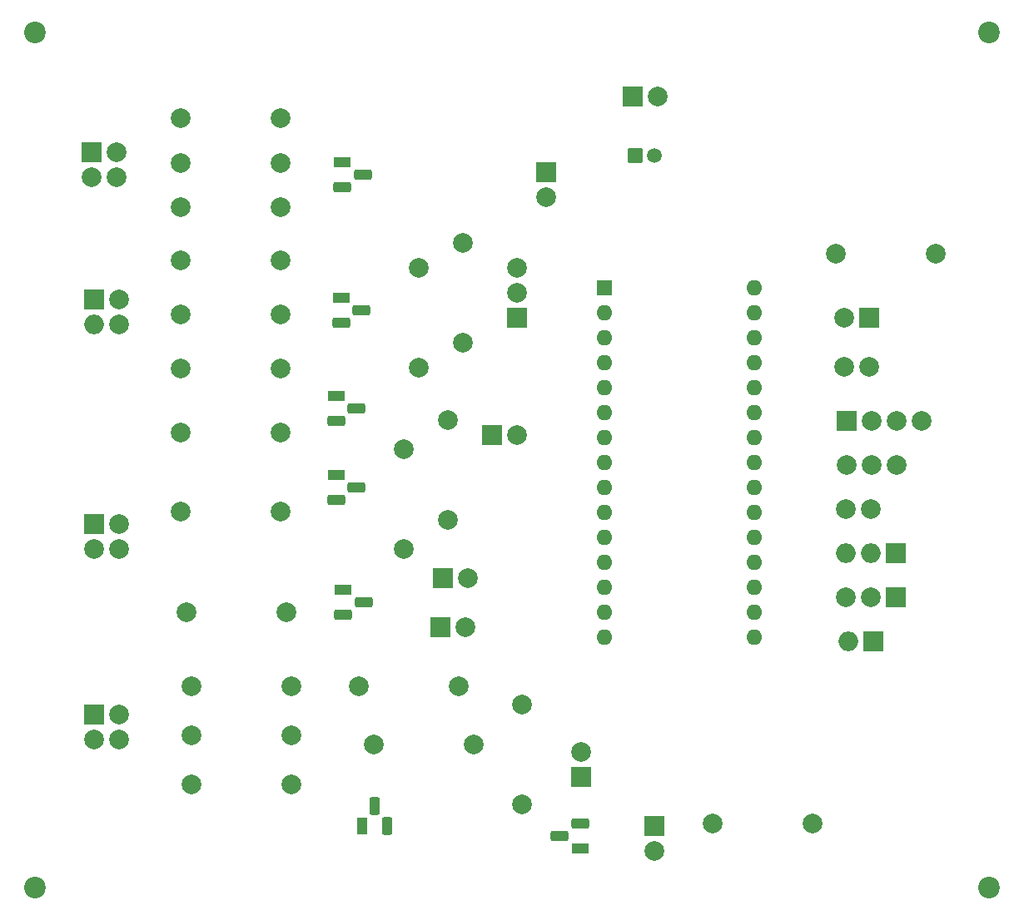
<source format=gbr>
%TF.GenerationSoftware,KiCad,Pcbnew,8.0.6*%
%TF.CreationDate,2024-12-04T16:16:46+01:00*%
%TF.ProjectId,smart home,736d6172-7420-4686-9f6d-652e6b696361,rev?*%
%TF.SameCoordinates,Original*%
%TF.FileFunction,Soldermask,Bot*%
%TF.FilePolarity,Negative*%
%FSLAX46Y46*%
G04 Gerber Fmt 4.6, Leading zero omitted, Abs format (unit mm)*
G04 Created by KiCad (PCBNEW 8.0.6) date 2024-12-04 16:16:46*
%MOMM*%
%LPD*%
G01*
G04 APERTURE LIST*
G04 Aperture macros list*
%AMRoundRect*
0 Rectangle with rounded corners*
0 $1 Rounding radius*
0 $2 $3 $4 $5 $6 $7 $8 $9 X,Y pos of 4 corners*
0 Add a 4 corners polygon primitive as box body*
4,1,4,$2,$3,$4,$5,$6,$7,$8,$9,$2,$3,0*
0 Add four circle primitives for the rounded corners*
1,1,$1+$1,$2,$3*
1,1,$1+$1,$4,$5*
1,1,$1+$1,$6,$7*
1,1,$1+$1,$8,$9*
0 Add four rect primitives between the rounded corners*
20,1,$1+$1,$2,$3,$4,$5,0*
20,1,$1+$1,$4,$5,$6,$7,0*
20,1,$1+$1,$6,$7,$8,$9,0*
20,1,$1+$1,$8,$9,$2,$3,0*%
G04 Aperture macros list end*
%ADD10C,2.000000*%
%ADD11R,2.000000X2.000000*%
%ADD12R,1.800000X1.100000*%
%ADD13RoundRect,0.275000X0.625000X-0.275000X0.625000X0.275000X-0.625000X0.275000X-0.625000X-0.275000X0*%
%ADD14O,2.000000X2.000000*%
%ADD15R,1.100000X1.800000*%
%ADD16RoundRect,0.275000X-0.275000X-0.625000X0.275000X-0.625000X0.275000X0.625000X-0.275000X0.625000X0*%
%ADD17C,2.200000*%
%ADD18RoundRect,0.275000X-0.625000X0.275000X-0.625000X-0.275000X0.625000X-0.275000X0.625000X0.275000X0*%
%ADD19R,1.600000X1.600000*%
%ADD20O,1.600000X1.600000*%
%ADD21C,1.504000*%
%ADD22RoundRect,0.102000X-0.650000X-0.650000X0.650000X-0.650000X0.650000X0.650000X-0.650000X0.650000X0*%
G04 APERTURE END LIST*
D10*
%TO.C,R9*%
X38280000Y-46230000D03*
X48440000Y-46230000D03*
%TD*%
D11*
%TO.C,RGB1*%
X29250000Y-35210000D03*
D10*
X29250000Y-37750000D03*
X31790000Y-35210000D03*
X31790000Y-37750000D03*
%TD*%
%TO.C,R7*%
X38280000Y-57230000D03*
X48440000Y-57230000D03*
%TD*%
D11*
%TO.C,RGB4*%
X29460000Y-92460000D03*
D10*
X29460000Y-95000000D03*
X32000000Y-92460000D03*
X32000000Y-95000000D03*
%TD*%
D12*
%TO.C,Q3*%
X78900000Y-106040000D03*
D13*
X76830000Y-104770000D03*
X78900000Y-103500000D03*
%TD*%
D11*
%TO.C,SW6*%
X108775000Y-85000000D03*
D14*
X106235000Y-85000000D03*
%TD*%
D11*
%TO.C,M1*%
X86500000Y-103725000D03*
D10*
X86500000Y-106265000D03*
%TD*%
%TO.C,R20*%
X115080000Y-45500000D03*
X104920000Y-45500000D03*
%TD*%
D11*
%TO.C,BT1*%
X84225000Y-29500000D03*
D10*
X86765000Y-29500000D03*
%TD*%
%TO.C,R6*%
X38280000Y-40730000D03*
X48440000Y-40730000D03*
%TD*%
%TO.C,R24*%
X38280000Y-51730000D03*
X48440000Y-51730000D03*
%TD*%
%TO.C,RV3B1*%
X111080000Y-67000000D03*
X106000000Y-67000000D03*
X108540000Y-67000000D03*
%TD*%
D15*
%TO.C,Q9*%
X56730000Y-103760000D03*
D16*
X58000000Y-101690000D03*
X59270000Y-103760000D03*
%TD*%
D11*
%TO.C,LCD_20x1*%
X106000000Y-62500000D03*
D10*
X108540000Y-62500000D03*
X111080000Y-62500000D03*
X113620000Y-62500000D03*
%TD*%
D17*
%TO.C,H1*%
X120500000Y-23000000D03*
%TD*%
D11*
%TO.C,SW4*%
X64725000Y-83500000D03*
D10*
X67265000Y-83500000D03*
%TD*%
D11*
%TO.C,SW1*%
X64960000Y-78500000D03*
D10*
X67500000Y-78500000D03*
%TD*%
D12*
%TO.C,Q6*%
X54100000Y-60000000D03*
D18*
X56170000Y-61270000D03*
X54100000Y-62540000D03*
%TD*%
D10*
%TO.C,R2*%
X62500000Y-57080000D03*
X62500000Y-46920000D03*
%TD*%
D11*
%TO.C,RGB3*%
X29500000Y-73000000D03*
D10*
X29500000Y-75540000D03*
X32040000Y-73000000D03*
X32040000Y-75540000D03*
%TD*%
%TO.C,R1*%
X67000000Y-54580000D03*
X67000000Y-44420000D03*
%TD*%
%TO.C,R23*%
X108275000Y-57000000D03*
X105735000Y-57000000D03*
%TD*%
D11*
%TO.C,RV3R1*%
X111040000Y-76000000D03*
D14*
X105960000Y-76000000D03*
X108500000Y-76000000D03*
%TD*%
D12*
%TO.C,Q7*%
X54100000Y-68000000D03*
D18*
X56170000Y-69270000D03*
X54100000Y-70540000D03*
%TD*%
D12*
%TO.C,Q1*%
X54740000Y-36230000D03*
D18*
X56810000Y-37500000D03*
X54740000Y-38770000D03*
%TD*%
D11*
%TO.C,RGB2*%
X29460000Y-50210000D03*
D14*
X29460000Y-52750000D03*
D10*
X32000000Y-50210000D03*
X32000000Y-52750000D03*
%TD*%
%TO.C,R11*%
X61000000Y-65420000D03*
X61000000Y-75580000D03*
%TD*%
%TO.C,RV3G1*%
X105945000Y-71500000D03*
X108485000Y-71500000D03*
%TD*%
%TO.C,R13*%
X38280000Y-71730000D03*
X48440000Y-71730000D03*
%TD*%
%TO.C,R17*%
X102580000Y-103500000D03*
X92420000Y-103500000D03*
%TD*%
D11*
%TO.C,SW2*%
X79000000Y-98775000D03*
D10*
X79000000Y-96235000D03*
%TD*%
D17*
%TO.C,H3*%
X23500000Y-110000000D03*
%TD*%
%TO.C,H4*%
X23500000Y-23000000D03*
%TD*%
D10*
%TO.C,R15*%
X49080000Y-82000000D03*
X38920000Y-82000000D03*
%TD*%
%TO.C,R10*%
X65500000Y-62420000D03*
X65500000Y-72580000D03*
%TD*%
%TO.C,R19*%
X39420000Y-99500000D03*
X49580000Y-99500000D03*
%TD*%
D11*
%TO.C,HC\u2013SR505PIR1*%
X72500000Y-52025000D03*
D10*
X72500000Y-49485000D03*
X72500000Y-46945000D03*
%TD*%
D11*
%TO.C,SW5*%
X75500000Y-37225000D03*
D10*
X75500000Y-39765000D03*
%TD*%
%TO.C,R16*%
X57920000Y-95500000D03*
X68080000Y-95500000D03*
%TD*%
D12*
%TO.C,Q8*%
X54830000Y-79730000D03*
D18*
X56900000Y-81000000D03*
X54830000Y-82270000D03*
%TD*%
D10*
%TO.C,R8*%
X39420000Y-94500000D03*
X49580000Y-94500000D03*
%TD*%
D11*
%TO.C,SW7*%
X69960000Y-64000000D03*
D10*
X72500000Y-64000000D03*
%TD*%
%TO.C,R12*%
X38280000Y-63730000D03*
X48440000Y-63730000D03*
%TD*%
D19*
%TO.C,A1*%
X81390000Y-48950000D03*
D20*
X81390000Y-51490000D03*
X81390000Y-54030000D03*
X81390000Y-56570000D03*
X81390000Y-59110000D03*
X81390000Y-61650000D03*
X81390000Y-64190000D03*
X81390000Y-66730000D03*
X81390000Y-69270000D03*
X81390000Y-71810000D03*
X81390000Y-74350000D03*
X81390000Y-76890000D03*
X81390000Y-79430000D03*
X81390000Y-81970000D03*
X81390000Y-84510000D03*
X96630000Y-84510000D03*
X96630000Y-81970000D03*
X96630000Y-79430000D03*
X96630000Y-76890000D03*
X96630000Y-74350000D03*
X96630000Y-71810000D03*
X96630000Y-69270000D03*
X96630000Y-66730000D03*
X96630000Y-64190000D03*
X96630000Y-61650000D03*
X96630000Y-59110000D03*
X96630000Y-56570000D03*
X96630000Y-54030000D03*
X96630000Y-51490000D03*
X96630000Y-48950000D03*
%TD*%
D10*
%TO.C,R18*%
X39420000Y-89500000D03*
X49580000Y-89500000D03*
%TD*%
%TO.C,R3*%
X73000000Y-91420000D03*
X73000000Y-101580000D03*
%TD*%
D11*
%TO.C,SW9*%
X108275000Y-52000000D03*
D10*
X105735000Y-52000000D03*
%TD*%
%TO.C,R4*%
X38280000Y-31730000D03*
X48440000Y-31730000D03*
%TD*%
D21*
%TO.C,C1*%
X86500000Y-35500000D03*
D22*
X84500000Y-35500000D03*
%TD*%
D10*
%TO.C,R14*%
X56420000Y-89500000D03*
X66580000Y-89500000D03*
%TD*%
D17*
%TO.C,H2*%
X120500000Y-110000000D03*
%TD*%
D11*
%TO.C,RV1*%
X111040000Y-80500000D03*
D10*
X105960000Y-80500000D03*
X108500000Y-80500000D03*
%TD*%
D12*
%TO.C,Q2*%
X54600000Y-50000000D03*
D18*
X56670000Y-51270000D03*
X54600000Y-52540000D03*
%TD*%
D10*
%TO.C,R5*%
X38280000Y-36280000D03*
X48440000Y-36280000D03*
%TD*%
M02*

</source>
